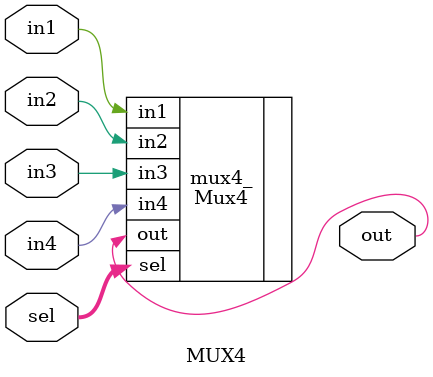
<source format=sv>
/* 4:1 Multiplexer
 *
 */
module MUX4 #(
    parameter WIDTH = 1
)(
    input  wire [WIDTH-1:0]  in1,
    input  wire [WIDTH-1:0]  in2,
    input  wire [WIDTH-1:0]  in3,
    input  wire [WIDTH-1:0]  in4,
    input  wire [1:0]        sel,
    output wire [WIDTH-1:0]  out
);

    Mux4#(WIDTH) mux4_(.in1, .in2, .in3, .in4, .sel, .out);

endmodule

</source>
